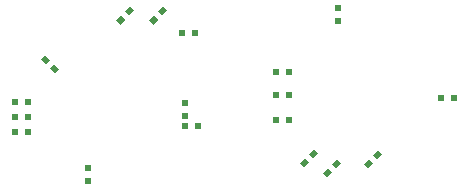
<source format=gbp>
G04 #@! TF.FileFunction,Paste,Bot*
%FSLAX46Y46*%
G04 Gerber Fmt 4.6, Leading zero omitted, Abs format (unit mm)*
G04 Created by KiCad (PCBNEW 4.0.0-rc1-stable) date 05/07/2016 17:06:47*
%MOMM*%
G01*
G04 APERTURE LIST*
%ADD10C,0.100000*%
%ADD11R,0.600000X0.500000*%
%ADD12R,0.500000X0.600000*%
G04 APERTURE END LIST*
D10*
D11*
X54250500Y-87630000D03*
X55350500Y-87630000D03*
D10*
G36*
X48724736Y-79009818D02*
X48371182Y-78656264D01*
X48795446Y-78232000D01*
X49149000Y-78585554D01*
X48724736Y-79009818D01*
X48724736Y-79009818D01*
G37*
G36*
X49502554Y-78232000D02*
X49149000Y-77878446D01*
X49573264Y-77454182D01*
X49926818Y-77807736D01*
X49502554Y-78232000D01*
X49502554Y-78232000D01*
G37*
G36*
X51518736Y-79009818D02*
X51165182Y-78656264D01*
X51589446Y-78232000D01*
X51943000Y-78585554D01*
X51518736Y-79009818D01*
X51518736Y-79009818D01*
G37*
G36*
X52296554Y-78232000D02*
X51943000Y-77878446D01*
X52367264Y-77454182D01*
X52720818Y-77807736D01*
X52296554Y-78232000D01*
X52296554Y-78232000D01*
G37*
G36*
X43576818Y-82783764D02*
X43223264Y-83137318D01*
X42799000Y-82713054D01*
X43152554Y-82359500D01*
X43576818Y-82783764D01*
X43576818Y-82783764D01*
G37*
G36*
X42799000Y-82005946D02*
X42445446Y-82359500D01*
X42021182Y-81935236D01*
X42374736Y-81581682D01*
X42799000Y-82005946D01*
X42799000Y-82005946D01*
G37*
D11*
X63034000Y-83058000D03*
X61934000Y-83058000D03*
X53996500Y-79756000D03*
X55096500Y-79756000D03*
D10*
G36*
X67099264Y-90344682D02*
X67452818Y-90698236D01*
X67028554Y-91122500D01*
X66675000Y-90768946D01*
X67099264Y-90344682D01*
X67099264Y-90344682D01*
G37*
G36*
X66321446Y-91122500D02*
X66675000Y-91476054D01*
X66250736Y-91900318D01*
X65897182Y-91546764D01*
X66321446Y-91122500D01*
X66321446Y-91122500D01*
G37*
D11*
X63034000Y-84963000D03*
X61934000Y-84963000D03*
X63034000Y-87122000D03*
X61934000Y-87122000D03*
D12*
X67246500Y-78718500D03*
X67246500Y-77618500D03*
D10*
G36*
X65194264Y-89519182D02*
X65547818Y-89872736D01*
X65123554Y-90297000D01*
X64770000Y-89943446D01*
X65194264Y-89519182D01*
X65194264Y-89519182D01*
G37*
G36*
X64416446Y-90297000D02*
X64770000Y-90650554D01*
X64345736Y-91074818D01*
X63992182Y-90721264D01*
X64416446Y-90297000D01*
X64416446Y-90297000D01*
G37*
D11*
X40936000Y-86868000D03*
X39836000Y-86868000D03*
X40936000Y-88138000D03*
X39836000Y-88138000D03*
X40936000Y-85598000D03*
X39836000Y-85598000D03*
D10*
G36*
X70591764Y-89582682D02*
X70945318Y-89936236D01*
X70521054Y-90360500D01*
X70167500Y-90006946D01*
X70591764Y-89582682D01*
X70591764Y-89582682D01*
G37*
G36*
X69813946Y-90360500D02*
X70167500Y-90714054D01*
X69743236Y-91138318D01*
X69389682Y-90784764D01*
X69813946Y-90360500D01*
X69813946Y-90360500D01*
G37*
D12*
X46037500Y-91144000D03*
X46037500Y-92244000D03*
D11*
X75904000Y-85217000D03*
X77004000Y-85217000D03*
D12*
X54229000Y-85619500D03*
X54229000Y-86719500D03*
M02*

</source>
